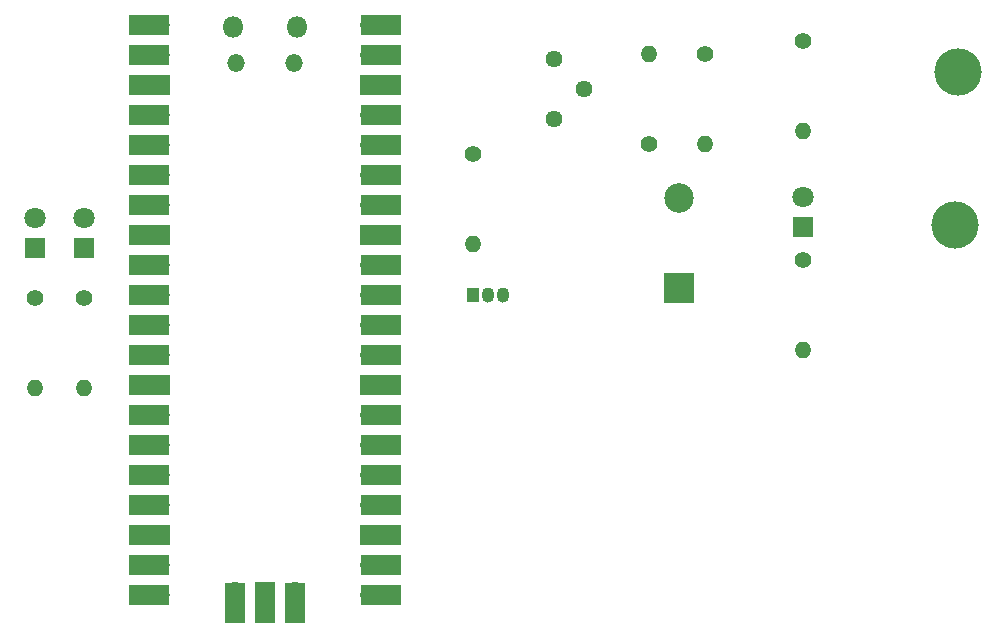
<source format=gbr>
%TF.GenerationSoftware,KiCad,Pcbnew,(6.0.7)*%
%TF.CreationDate,2023-06-25T15:11:42-07:00*%
%TF.ProjectId,WaterSensor,57617465-7253-4656-9e73-6f722e6b6963,rev?*%
%TF.SameCoordinates,Original*%
%TF.FileFunction,Soldermask,Top*%
%TF.FilePolarity,Negative*%
%FSLAX46Y46*%
G04 Gerber Fmt 4.6, Leading zero omitted, Abs format (unit mm)*
G04 Created by KiCad (PCBNEW (6.0.7)) date 2023-06-25 15:11:42*
%MOMM*%
%LPD*%
G01*
G04 APERTURE LIST*
%ADD10R,1.800000X1.800000*%
%ADD11C,1.800000*%
%ADD12C,1.400000*%
%ADD13O,1.400000X1.400000*%
%ADD14R,2.500000X2.500000*%
%ADD15C,2.500000*%
%ADD16R,1.050000X1.300000*%
%ADD17O,1.050000X1.300000*%
%ADD18C,1.440000*%
%ADD19C,4.000000*%
%ADD20O,1.800000X1.800000*%
%ADD21O,1.500000X1.500000*%
%ADD22R,3.500000X1.700000*%
%ADD23O,1.700000X1.700000*%
%ADD24R,1.700000X1.700000*%
%ADD25R,1.700000X3.500000*%
G04 APERTURE END LIST*
D10*
%TO.C,Power*%
X196200000Y-83910000D03*
D11*
X196200000Y-81370000D03*
%TD*%
D12*
%TO.C,R7*%
X192000000Y-88190000D03*
D13*
X192000000Y-95810000D03*
%TD*%
D12*
%TO.C,R6*%
X196200000Y-88190000D03*
D13*
X196200000Y-95810000D03*
%TD*%
D10*
%TO.C,Power2*%
X192000000Y-83910000D03*
D11*
X192000000Y-81370000D03*
%TD*%
D14*
%TO.C,111*%
X246600000Y-87300000D03*
D15*
X246600000Y-79700000D03*
%TD*%
D12*
%TO.C,R5*%
X244000000Y-75110000D03*
D13*
X244000000Y-67490000D03*
%TD*%
D12*
%TO.C,R4*%
X248800000Y-67490000D03*
D13*
X248800000Y-75110000D03*
%TD*%
D16*
%TO.C,Q1*%
X229150000Y-87900000D03*
D17*
X230420000Y-87900000D03*
X231690000Y-87900000D03*
%TD*%
D18*
%TO.C,RV1*%
X236000000Y-73000000D03*
X238540000Y-70460000D03*
X236000000Y-67920000D03*
%TD*%
D12*
%TO.C,R2*%
X257099999Y-84989998D03*
D13*
X257099999Y-92609998D03*
%TD*%
D10*
%TO.C,Alert*%
X257099999Y-82174999D03*
D11*
X257099999Y-79634999D03*
%TD*%
D19*
%TO.C,Probe B*%
X269900000Y-82000000D03*
%TD*%
%TO.C,Probe A*%
X270200000Y-69000000D03*
%TD*%
D12*
%TO.C,R3*%
X257100000Y-66389999D03*
D13*
X257100000Y-74009999D03*
%TD*%
D20*
%TO.C,U1*%
X214225000Y-65200000D03*
X208775000Y-65200000D03*
D21*
X209075000Y-68230000D03*
X213925000Y-68230000D03*
D22*
X201710000Y-65070000D03*
D23*
X202610000Y-65070000D03*
X202610000Y-67610000D03*
D22*
X201710000Y-67610000D03*
D24*
X202610000Y-70150000D03*
D22*
X201710000Y-70150000D03*
X201710000Y-72690000D03*
D23*
X202610000Y-72690000D03*
X202610000Y-75230000D03*
D22*
X201710000Y-75230000D03*
X201710000Y-77770000D03*
D23*
X202610000Y-77770000D03*
D22*
X201710000Y-80310000D03*
D23*
X202610000Y-80310000D03*
D22*
X201710000Y-82850000D03*
D24*
X202610000Y-82850000D03*
D22*
X201710000Y-85390000D03*
D23*
X202610000Y-85390000D03*
X202610000Y-87930000D03*
D22*
X201710000Y-87930000D03*
D23*
X202610000Y-90470000D03*
D22*
X201710000Y-90470000D03*
X201710000Y-93010000D03*
D23*
X202610000Y-93010000D03*
D22*
X201710000Y-95550000D03*
D24*
X202610000Y-95550000D03*
D23*
X202610000Y-98090000D03*
D22*
X201710000Y-98090000D03*
D23*
X202610000Y-100630000D03*
D22*
X201710000Y-100630000D03*
D23*
X202610000Y-103170000D03*
D22*
X201710000Y-103170000D03*
X201710000Y-105710000D03*
D23*
X202610000Y-105710000D03*
D22*
X201710000Y-108250000D03*
D24*
X202610000Y-108250000D03*
D22*
X201710000Y-110790000D03*
D23*
X202610000Y-110790000D03*
X202610000Y-113330000D03*
D22*
X201710000Y-113330000D03*
D23*
X220390000Y-113330000D03*
D22*
X221290000Y-113330000D03*
D23*
X220390000Y-110790000D03*
D22*
X221290000Y-110790000D03*
D24*
X220390000Y-108250000D03*
D22*
X221290000Y-108250000D03*
X221290000Y-105710000D03*
D23*
X220390000Y-105710000D03*
X220390000Y-103170000D03*
D22*
X221290000Y-103170000D03*
D23*
X220390000Y-100630000D03*
D22*
X221290000Y-100630000D03*
X221290000Y-98090000D03*
D23*
X220390000Y-98090000D03*
D22*
X221290000Y-95550000D03*
D24*
X220390000Y-95550000D03*
D22*
X221290000Y-93010000D03*
D23*
X220390000Y-93010000D03*
X220390000Y-90470000D03*
D22*
X221290000Y-90470000D03*
D23*
X220390000Y-87930000D03*
D22*
X221290000Y-87930000D03*
D23*
X220390000Y-85390000D03*
D22*
X221290000Y-85390000D03*
D24*
X220390000Y-82850000D03*
D22*
X221290000Y-82850000D03*
D23*
X220390000Y-80310000D03*
D22*
X221290000Y-80310000D03*
X221290000Y-77770000D03*
D23*
X220390000Y-77770000D03*
D22*
X221290000Y-75230000D03*
D23*
X220390000Y-75230000D03*
D22*
X221290000Y-72690000D03*
D23*
X220390000Y-72690000D03*
D22*
X221290000Y-70150000D03*
D24*
X220390000Y-70150000D03*
D22*
X221290000Y-67610000D03*
D23*
X220390000Y-67610000D03*
D22*
X221290000Y-65070000D03*
D23*
X220390000Y-65070000D03*
X208960000Y-113100000D03*
D25*
X208960000Y-114000000D03*
X211500000Y-114000000D03*
D24*
X211500000Y-113100000D03*
D23*
X214040000Y-113100000D03*
D25*
X214040000Y-114000000D03*
%TD*%
D12*
%TO.C,R1*%
X229100000Y-75990000D03*
D13*
X229100000Y-83610000D03*
%TD*%
M02*

</source>
